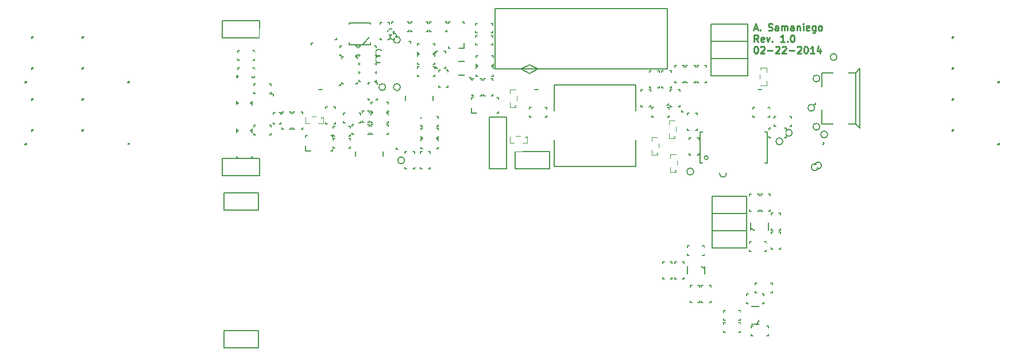
<source format=gto>
G04 (created by PCBNEW (2013-07-07 BZR 4022)-stable) date 2/23/2014 11:45:34 PM*
%MOIN*%
G04 Gerber Fmt 3.4, Leading zero omitted, Abs format*
%FSLAX34Y34*%
G01*
G70*
G90*
G04 APERTURE LIST*
%ADD10C,0.00590551*%
%ADD11C,0.01*%
%ADD12C,0.005*%
%ADD13C,0.0031*%
%ADD14C,0.008*%
%ADD15R,0.0691181X0.029748*%
%ADD16R,0.0888031X0.0868346*%
%ADD17R,0.0888031X0.104551*%
%ADD18R,0.0305X0.0719*%
%ADD19C,0.029*%
%ADD20R,0.0691181X0.0687244*%
%ADD21R,0.205339X0.146283*%
%ADD22R,0.0612441X0.17148*%
%ADD23R,0.0416X0.0534*%
%ADD24R,0.0534X0.0416*%
%ADD25R,0.0534X0.0455*%
%ADD26R,0.0455X0.0534*%
%ADD27R,0.064X0.029*%
%ADD28R,0.059X0.039*%
%ADD29R,0.0652X0.073*%
%ADD30R,0.073X0.0652*%
%ADD31R,0.199039X0.0966772*%
%ADD32R,0.0494331X0.100614*%
%ADD33R,0.069X0.069*%
%ADD34C,0.069*%
%ADD35R,0.035X0.03*%
%ADD36R,0.025811X0.0464803*%
%ADD37R,0.0277795X0.0238425*%
%ADD38R,0.037622X0.0573071*%
%ADD39R,0.0415591X0.025811*%
%ADD40R,0.033685X0.0277795*%
%ADD41R,0.025811X0.029748*%
%ADD42R,0.0919528X0.110457*%
%ADD43R,0.0309291X0.0289606*%
%ADD44R,0.037622X0.0305354*%
%ADD45O,0.0250236X0.0529764*%
%ADD46O,0.0529764X0.0250236*%
%ADD47R,0.120299X0.120299*%
%ADD48C,0.037622*%
%ADD49R,0.0305354X0.0226614*%
%ADD50C,0.16*%
%ADD51C,0.139*%
%ADD52R,0.045X0.057*%
%ADD53R,0.0495X0.04*%
%ADD54R,0.04X0.0495*%
%ADD55C,0.024*%
%ADD56R,0.100614X0.0809291*%
%ADD57C,0.043*%
%ADD58O,0.0237244X0.0533701*%
%ADD59O,0.0533701X0.0250236*%
%ADD60O,0.0250236X0.0533701*%
%ADD61R,0.0809291X0.0809291*%
G04 APERTURE END LIST*
G54D10*
G54D11*
X44826Y18552D02*
X45016Y18552D01*
X44788Y18438D02*
X44921Y18838D01*
X45054Y18438D01*
X45188Y18476D02*
X45207Y18457D01*
X45188Y18438D01*
X45169Y18457D01*
X45188Y18476D01*
X45188Y18438D01*
X45664Y18457D02*
X45721Y18438D01*
X45816Y18438D01*
X45854Y18457D01*
X45873Y18476D01*
X45892Y18514D01*
X45892Y18552D01*
X45873Y18590D01*
X45854Y18609D01*
X45816Y18628D01*
X45740Y18647D01*
X45702Y18666D01*
X45683Y18685D01*
X45664Y18723D01*
X45664Y18761D01*
X45683Y18800D01*
X45702Y18819D01*
X45740Y18838D01*
X45835Y18838D01*
X45892Y18819D01*
X46235Y18438D02*
X46235Y18647D01*
X46216Y18685D01*
X46178Y18704D01*
X46102Y18704D01*
X46064Y18685D01*
X46235Y18457D02*
X46197Y18438D01*
X46102Y18438D01*
X46064Y18457D01*
X46045Y18495D01*
X46045Y18533D01*
X46064Y18571D01*
X46102Y18590D01*
X46197Y18590D01*
X46235Y18609D01*
X46426Y18438D02*
X46426Y18704D01*
X46426Y18666D02*
X46445Y18685D01*
X46483Y18704D01*
X46540Y18704D01*
X46578Y18685D01*
X46597Y18647D01*
X46597Y18438D01*
X46597Y18647D02*
X46616Y18685D01*
X46654Y18704D01*
X46711Y18704D01*
X46750Y18685D01*
X46769Y18647D01*
X46769Y18438D01*
X47130Y18438D02*
X47130Y18647D01*
X47111Y18685D01*
X47073Y18704D01*
X46997Y18704D01*
X46959Y18685D01*
X47130Y18457D02*
X47092Y18438D01*
X46997Y18438D01*
X46959Y18457D01*
X46940Y18495D01*
X46940Y18533D01*
X46959Y18571D01*
X46997Y18590D01*
X47092Y18590D01*
X47130Y18609D01*
X47321Y18704D02*
X47321Y18438D01*
X47321Y18666D02*
X47340Y18685D01*
X47378Y18704D01*
X47435Y18704D01*
X47473Y18685D01*
X47492Y18647D01*
X47492Y18438D01*
X47683Y18438D02*
X47683Y18704D01*
X47683Y18838D02*
X47664Y18819D01*
X47683Y18800D01*
X47702Y18819D01*
X47683Y18838D01*
X47683Y18800D01*
X48026Y18457D02*
X47988Y18438D01*
X47911Y18438D01*
X47873Y18457D01*
X47854Y18495D01*
X47854Y18647D01*
X47873Y18685D01*
X47911Y18704D01*
X47988Y18704D01*
X48026Y18685D01*
X48045Y18647D01*
X48045Y18609D01*
X47854Y18571D01*
X48388Y18704D02*
X48388Y18380D01*
X48369Y18342D01*
X48350Y18323D01*
X48311Y18304D01*
X48254Y18304D01*
X48216Y18323D01*
X48388Y18457D02*
X48350Y18438D01*
X48273Y18438D01*
X48235Y18457D01*
X48216Y18476D01*
X48197Y18514D01*
X48197Y18628D01*
X48216Y18666D01*
X48235Y18685D01*
X48273Y18704D01*
X48350Y18704D01*
X48388Y18685D01*
X48635Y18438D02*
X48597Y18457D01*
X48578Y18476D01*
X48559Y18514D01*
X48559Y18628D01*
X48578Y18666D01*
X48597Y18685D01*
X48635Y18704D01*
X48692Y18704D01*
X48730Y18685D01*
X48750Y18666D01*
X48769Y18628D01*
X48769Y18514D01*
X48750Y18476D01*
X48730Y18457D01*
X48692Y18438D01*
X48635Y18438D01*
X45073Y17778D02*
X44940Y17968D01*
X44845Y17778D02*
X44845Y18178D01*
X44997Y18178D01*
X45035Y18159D01*
X45054Y18140D01*
X45073Y18101D01*
X45073Y18044D01*
X45054Y18006D01*
X45035Y17987D01*
X44997Y17968D01*
X44845Y17968D01*
X45397Y17797D02*
X45359Y17778D01*
X45283Y17778D01*
X45245Y17797D01*
X45226Y17835D01*
X45226Y17987D01*
X45245Y18025D01*
X45283Y18044D01*
X45359Y18044D01*
X45397Y18025D01*
X45416Y17987D01*
X45416Y17949D01*
X45226Y17911D01*
X45550Y18044D02*
X45645Y17778D01*
X45740Y18044D01*
X45892Y17816D02*
X45911Y17797D01*
X45892Y17778D01*
X45873Y17797D01*
X45892Y17816D01*
X45892Y17778D01*
X46597Y17778D02*
X46369Y17778D01*
X46483Y17778D02*
X46483Y18178D01*
X46445Y18120D01*
X46407Y18082D01*
X46369Y18063D01*
X46769Y17816D02*
X46788Y17797D01*
X46769Y17778D01*
X46750Y17797D01*
X46769Y17816D01*
X46769Y17778D01*
X47035Y18178D02*
X47073Y18178D01*
X47111Y18159D01*
X47130Y18140D01*
X47150Y18101D01*
X47169Y18025D01*
X47169Y17930D01*
X47150Y17854D01*
X47130Y17816D01*
X47111Y17797D01*
X47073Y17778D01*
X47035Y17778D01*
X46997Y17797D01*
X46978Y17816D01*
X46959Y17854D01*
X46940Y17930D01*
X46940Y18025D01*
X46959Y18101D01*
X46978Y18140D01*
X46997Y18159D01*
X47035Y18178D01*
X44921Y17518D02*
X44959Y17518D01*
X44997Y17499D01*
X45016Y17480D01*
X45035Y17441D01*
X45054Y17365D01*
X45054Y17270D01*
X45035Y17194D01*
X45016Y17156D01*
X44997Y17137D01*
X44959Y17118D01*
X44921Y17118D01*
X44883Y17137D01*
X44864Y17156D01*
X44845Y17194D01*
X44826Y17270D01*
X44826Y17365D01*
X44845Y17441D01*
X44864Y17480D01*
X44883Y17499D01*
X44921Y17518D01*
X45207Y17480D02*
X45226Y17499D01*
X45264Y17518D01*
X45359Y17518D01*
X45397Y17499D01*
X45416Y17480D01*
X45435Y17441D01*
X45435Y17403D01*
X45416Y17346D01*
X45188Y17118D01*
X45435Y17118D01*
X45607Y17270D02*
X45911Y17270D01*
X46083Y17480D02*
X46102Y17499D01*
X46140Y17518D01*
X46235Y17518D01*
X46273Y17499D01*
X46292Y17480D01*
X46311Y17441D01*
X46311Y17403D01*
X46292Y17346D01*
X46064Y17118D01*
X46311Y17118D01*
X46464Y17480D02*
X46483Y17499D01*
X46521Y17518D01*
X46616Y17518D01*
X46654Y17499D01*
X46673Y17480D01*
X46692Y17441D01*
X46692Y17403D01*
X46673Y17346D01*
X46445Y17118D01*
X46692Y17118D01*
X46864Y17270D02*
X47169Y17270D01*
X47340Y17480D02*
X47359Y17499D01*
X47397Y17518D01*
X47492Y17518D01*
X47530Y17499D01*
X47550Y17480D01*
X47569Y17441D01*
X47569Y17403D01*
X47550Y17346D01*
X47321Y17118D01*
X47569Y17118D01*
X47816Y17518D02*
X47854Y17518D01*
X47892Y17499D01*
X47911Y17480D01*
X47930Y17441D01*
X47950Y17365D01*
X47950Y17270D01*
X47930Y17194D01*
X47911Y17156D01*
X47892Y17137D01*
X47854Y17118D01*
X47816Y17118D01*
X47778Y17137D01*
X47759Y17156D01*
X47740Y17194D01*
X47721Y17270D01*
X47721Y17365D01*
X47740Y17441D01*
X47759Y17480D01*
X47778Y17499D01*
X47816Y17518D01*
X48330Y17118D02*
X48102Y17118D01*
X48216Y17118D02*
X48216Y17518D01*
X48178Y17460D01*
X48140Y17422D01*
X48102Y17403D01*
X48673Y17384D02*
X48673Y17118D01*
X48578Y17537D02*
X48483Y17251D01*
X48730Y17251D01*
G54D10*
X50718Y13023D02*
X50954Y12767D01*
X50954Y12767D02*
X50954Y16232D01*
X50954Y16232D02*
X50718Y15976D01*
X50718Y13023D02*
X50718Y15976D01*
X50718Y15976D02*
X48750Y15976D01*
X48750Y15976D02*
X48750Y13023D01*
X48750Y13023D02*
X50718Y13023D01*
G54D12*
X45600Y12550D02*
X41700Y12550D01*
X41700Y12550D02*
X41700Y10750D01*
X41700Y10750D02*
X45600Y10750D01*
X45600Y10750D02*
X45600Y12550D01*
X42161Y11050D02*
G75*
G03X42161Y11050I-111J0D01*
G74*
G01*
G54D10*
X37962Y10537D02*
X33237Y10537D01*
X33237Y10537D02*
X33237Y15262D01*
X33237Y15262D02*
X37962Y15262D01*
X37962Y15262D02*
X37962Y10537D01*
G54D12*
X41650Y4800D02*
X41950Y4600D01*
X40950Y4800D02*
X41975Y4800D01*
X41975Y4800D02*
X41975Y4200D01*
X41975Y4200D02*
X40950Y4200D01*
X40950Y4200D02*
X40950Y4800D01*
X45200Y1700D02*
X45000Y1400D01*
X45200Y2400D02*
X45200Y1375D01*
X45200Y1375D02*
X44600Y1375D01*
X44600Y1375D02*
X44600Y2400D01*
X44600Y2400D02*
X45200Y2400D01*
X44950Y6750D02*
X44650Y6950D01*
X45650Y6750D02*
X44625Y6750D01*
X44625Y6750D02*
X44625Y7350D01*
X44625Y7350D02*
X45650Y7350D01*
X45650Y7350D02*
X45650Y6750D01*
G54D13*
X45274Y16213D02*
G75*
G03X45274Y16213I-62J0D01*
G74*
G01*
X45550Y15250D02*
X45150Y15250D01*
X45550Y16275D02*
X45150Y16275D01*
X45150Y15250D02*
X45150Y16275D01*
X45550Y16275D02*
X45550Y15250D01*
X40300Y12237D02*
G75*
G03X40300Y12237I-62J0D01*
G74*
G01*
X39900Y13200D02*
X40300Y13200D01*
X39900Y12175D02*
X40300Y12175D01*
X40300Y13200D02*
X40300Y12175D01*
X39900Y12175D02*
X39900Y13200D01*
X40350Y10287D02*
G75*
G03X40350Y10287I-62J0D01*
G74*
G01*
X39950Y11250D02*
X40350Y11250D01*
X39950Y10225D02*
X40350Y10225D01*
X40350Y11250D02*
X40350Y10225D01*
X39950Y10225D02*
X39950Y11250D01*
X39300Y11287D02*
G75*
G03X39300Y11287I-62J0D01*
G74*
G01*
X38900Y12250D02*
X39300Y12250D01*
X38900Y11225D02*
X39300Y11225D01*
X39300Y12250D02*
X39300Y11225D01*
X38900Y11225D02*
X38900Y12250D01*
X31050Y14037D02*
G75*
G03X31050Y14037I-62J0D01*
G74*
G01*
X30650Y15000D02*
X31050Y15000D01*
X30650Y13975D02*
X31050Y13975D01*
X31050Y15000D02*
X31050Y13975D01*
X30650Y13975D02*
X30650Y15000D01*
X19825Y13388D02*
G75*
G03X19825Y13388I-62J0D01*
G74*
G01*
X18800Y13050D02*
X18800Y13450D01*
X19825Y13050D02*
X19825Y13450D01*
X18800Y13450D02*
X19825Y13450D01*
X19825Y13050D02*
X18800Y13050D01*
G54D14*
X22575Y18125D02*
X22100Y17625D01*
X22575Y17625D02*
X22575Y18875D01*
X22575Y18875D02*
X21325Y18875D01*
X21325Y18875D02*
X21325Y17625D01*
X21325Y17625D02*
X22575Y17625D01*
G54D10*
X19550Y15025D02*
X19750Y15025D01*
X32100Y15025D02*
X32300Y15025D01*
X45050Y15025D02*
X45250Y15025D01*
X28444Y13655D02*
X28444Y13955D01*
X28444Y14545D02*
X28444Y14445D01*
X28444Y13655D02*
X28744Y13655D01*
X28544Y14545D02*
X28444Y14545D01*
X30006Y13655D02*
X30006Y13755D01*
X30006Y14545D02*
X29906Y14545D01*
X30006Y14545D02*
X30006Y14445D01*
X30006Y13655D02*
X29906Y13655D01*
X27995Y17394D02*
X27695Y17394D01*
X27105Y17394D02*
X27205Y17394D01*
X27995Y17394D02*
X27995Y17694D01*
X27105Y17494D02*
X27105Y17394D01*
X27995Y18956D02*
X27895Y18956D01*
X27105Y18956D02*
X27105Y18856D01*
X27105Y18956D02*
X27205Y18956D01*
X27995Y18956D02*
X27995Y18856D01*
X18794Y11455D02*
X18794Y11755D01*
X18794Y12345D02*
X18794Y12245D01*
X18794Y11455D02*
X19094Y11455D01*
X18894Y12345D02*
X18794Y12345D01*
X20356Y11455D02*
X20356Y11555D01*
X20356Y12345D02*
X20256Y12345D01*
X20356Y12345D02*
X20356Y12245D01*
X20356Y11455D02*
X20256Y11455D01*
X21692Y10374D02*
X21692Y12146D01*
X21692Y12146D02*
X23307Y12146D01*
X23307Y12146D02*
X23307Y10374D01*
X23307Y10374D02*
X21692Y10374D01*
X26207Y15375D02*
X26207Y13603D01*
X26207Y13603D02*
X24592Y13603D01*
X24592Y13603D02*
X24592Y15375D01*
X24592Y15375D02*
X26207Y15375D01*
X28328Y15856D02*
X27344Y15856D01*
X27344Y15856D02*
X27344Y16643D01*
X27344Y16643D02*
X28328Y16643D01*
X28328Y16643D02*
X28328Y15856D01*
X20905Y16906D02*
X21005Y16906D01*
X21795Y16906D02*
X21695Y16906D01*
X20905Y16906D02*
X20905Y16806D01*
X21795Y16806D02*
X21795Y16906D01*
X20905Y15344D02*
X21005Y15344D01*
X21795Y15344D02*
X21795Y15444D01*
X21795Y15344D02*
X21695Y15344D01*
X20905Y15344D02*
X20905Y15444D01*
X32300Y16200D02*
X31800Y15950D01*
X31800Y15950D02*
X31300Y16200D01*
X31300Y16200D02*
X31800Y16450D01*
X31800Y16450D02*
X32300Y16200D01*
X29800Y19700D02*
X39800Y19700D01*
X39800Y19700D02*
X39800Y16200D01*
X39800Y16200D02*
X29800Y16200D01*
X29800Y16200D02*
X29800Y19700D01*
X22095Y13110D02*
X22195Y13110D01*
X22095Y13110D02*
X22095Y13210D01*
X22505Y13110D02*
X22505Y13210D01*
X22505Y13110D02*
X22405Y13110D01*
X22505Y13790D02*
X22405Y13790D01*
X22505Y13790D02*
X22505Y13690D01*
X22095Y13790D02*
X22195Y13790D01*
X22095Y13790D02*
X22095Y13690D01*
X17355Y13690D02*
X17255Y13690D01*
X17355Y13690D02*
X17355Y13590D01*
X16945Y13690D02*
X16945Y13590D01*
X16945Y13690D02*
X17045Y13690D01*
X16945Y13010D02*
X17045Y13010D01*
X16945Y13010D02*
X16945Y13110D01*
X17355Y13010D02*
X17255Y13010D01*
X17355Y13010D02*
X17355Y13110D01*
X40647Y13699D02*
X40647Y13799D01*
X40647Y13699D02*
X40747Y13699D01*
X39875Y14104D02*
X39775Y14104D01*
X39875Y14104D02*
X39875Y14204D01*
X16942Y14747D02*
X16942Y14647D01*
X16942Y14747D02*
X16842Y14747D01*
X20819Y15245D02*
X20719Y15245D01*
X20819Y15245D02*
X20819Y15345D01*
X19248Y17703D02*
X19148Y17703D01*
X19148Y17703D02*
X19148Y17603D01*
X20592Y17911D02*
X20492Y17911D01*
X20592Y17911D02*
X20592Y18011D01*
X48828Y11800D02*
X48898Y11871D01*
X48898Y11871D02*
X48828Y11942D01*
X13980Y18000D02*
X13980Y19000D01*
X13980Y19000D02*
X16120Y19000D01*
X16120Y19000D02*
X16120Y18000D01*
X16120Y18000D02*
X13980Y18000D01*
X13980Y10000D02*
X13980Y11000D01*
X13980Y11000D02*
X16120Y11000D01*
X16120Y11000D02*
X16120Y10000D01*
X16120Y10000D02*
X13980Y10000D01*
X42330Y17800D02*
X42330Y18800D01*
X42330Y18800D02*
X44470Y18800D01*
X44470Y18800D02*
X44470Y17800D01*
X44470Y17800D02*
X42330Y17800D01*
X42330Y16800D02*
X42330Y17800D01*
X42330Y17800D02*
X44470Y17800D01*
X44470Y17800D02*
X44470Y16800D01*
X44470Y16800D02*
X42330Y16800D01*
X42330Y15800D02*
X42330Y16800D01*
X42330Y16800D02*
X44470Y16800D01*
X44470Y16800D02*
X44470Y15800D01*
X44470Y15800D02*
X42330Y15800D01*
X14050Y8000D02*
X14050Y9000D01*
X14050Y9000D02*
X16050Y9000D01*
X16050Y9000D02*
X16050Y8000D01*
X16050Y8000D02*
X14050Y8000D01*
X14050Y0D02*
X14050Y1000D01*
X14050Y1000D02*
X16050Y1000D01*
X16050Y1000D02*
X16050Y0D01*
X16050Y0D02*
X14050Y0D01*
X42400Y5800D02*
X42400Y6800D01*
X42400Y6800D02*
X44400Y6800D01*
X44400Y6800D02*
X44400Y5800D01*
X44400Y5800D02*
X42400Y5800D01*
X42400Y6800D02*
X42400Y7800D01*
X42400Y7800D02*
X44400Y7800D01*
X44400Y7800D02*
X44400Y6800D01*
X44400Y6800D02*
X42400Y6800D01*
X42400Y7800D02*
X42400Y8800D01*
X42400Y8800D02*
X44400Y8800D01*
X44400Y8800D02*
X44400Y7800D01*
X44400Y7800D02*
X42400Y7800D01*
X24897Y17800D02*
X24897Y17700D01*
X24897Y17800D02*
X24797Y17800D01*
X48410Y14149D02*
X48410Y14249D01*
X48410Y14149D02*
X48310Y14149D01*
G54D13*
X31675Y12238D02*
G75*
G03X31675Y12238I-62J0D01*
G74*
G01*
X30650Y11900D02*
X30650Y12300D01*
X31675Y11900D02*
X31675Y12300D01*
X30650Y12300D02*
X31675Y12300D01*
X31675Y11900D02*
X30650Y11900D01*
G54D10*
X29450Y10400D02*
X29450Y13400D01*
X29450Y13400D02*
X30450Y13400D01*
X30450Y10400D02*
X30450Y13400D01*
X29450Y10400D02*
X30450Y10400D01*
X30950Y10400D02*
X30950Y11400D01*
X30950Y11400D02*
X32950Y11400D01*
X32950Y11400D02*
X32950Y10400D01*
X32950Y10400D02*
X30950Y10400D01*
X8560Y11823D02*
X8460Y11823D01*
X8560Y11823D02*
X8560Y11923D01*
X8460Y11823D02*
X8560Y11923D01*
X2890Y18077D02*
X2990Y18077D01*
X2890Y18077D02*
X2890Y17977D01*
X2990Y18077D02*
X2890Y17977D01*
X5840Y12677D02*
X5940Y12677D01*
X5840Y12677D02*
X5840Y12577D01*
X5940Y12677D02*
X5840Y12577D01*
X5840Y16277D02*
X5940Y16277D01*
X5840Y16277D02*
X5840Y16177D01*
X5940Y16277D02*
X5840Y16177D01*
X56340Y16277D02*
X56440Y16277D01*
X56340Y16277D02*
X56340Y16177D01*
X56440Y16277D02*
X56340Y16177D01*
X2890Y12677D02*
X2990Y12677D01*
X2890Y12677D02*
X2890Y12577D01*
X2990Y12677D02*
X2890Y12577D01*
X56340Y12677D02*
X56440Y12677D01*
X56340Y12677D02*
X56340Y12577D01*
X56440Y12677D02*
X56340Y12577D01*
X8560Y15423D02*
X8460Y15423D01*
X8560Y15423D02*
X8560Y15523D01*
X8460Y15423D02*
X8560Y15523D01*
X5840Y14477D02*
X5940Y14477D01*
X5840Y14477D02*
X5840Y14377D01*
X5940Y14477D02*
X5840Y14377D01*
X5840Y18077D02*
X5940Y18077D01*
X5840Y18077D02*
X5840Y17977D01*
X5940Y18077D02*
X5840Y17977D01*
X2610Y11823D02*
X2510Y11823D01*
X2610Y11823D02*
X2610Y11923D01*
X2510Y11823D02*
X2610Y11923D01*
X2890Y14477D02*
X2990Y14477D01*
X2890Y14477D02*
X2890Y14377D01*
X2990Y14477D02*
X2890Y14377D01*
X59060Y15423D02*
X58960Y15423D01*
X59060Y15423D02*
X59060Y15523D01*
X58960Y15423D02*
X59060Y15523D01*
X56340Y18077D02*
X56440Y18077D01*
X56340Y18077D02*
X56340Y17977D01*
X56440Y18077D02*
X56340Y17977D01*
X56340Y14477D02*
X56440Y14477D01*
X56340Y14477D02*
X56340Y14377D01*
X56440Y14477D02*
X56340Y14377D01*
X59060Y11823D02*
X58960Y11823D01*
X59060Y11823D02*
X59060Y11923D01*
X58960Y11823D02*
X59060Y11923D01*
X2610Y15423D02*
X2510Y15423D01*
X2610Y15423D02*
X2610Y15523D01*
X2510Y15423D02*
X2610Y15523D01*
X2890Y16277D02*
X2990Y16277D01*
X2890Y16277D02*
X2890Y16177D01*
X2990Y16277D02*
X2890Y16177D01*
X26522Y16147D02*
X26622Y16147D01*
X27077Y16147D02*
X27077Y16047D01*
X26522Y16147D02*
X26522Y16047D01*
X27077Y16147D02*
X26977Y16147D01*
X26522Y15152D02*
X26622Y15152D01*
X26522Y15152D02*
X26522Y15252D01*
X26977Y15152D02*
X27077Y15152D01*
X27077Y15152D02*
X27077Y15252D01*
X14852Y16722D02*
X14852Y16822D01*
X14852Y17277D02*
X14952Y17277D01*
X14852Y16722D02*
X14952Y16722D01*
X14852Y17277D02*
X14852Y17177D01*
X15847Y16722D02*
X15847Y16822D01*
X15847Y16722D02*
X15747Y16722D01*
X15847Y17177D02*
X15847Y17277D01*
X15847Y17277D02*
X15747Y17277D01*
X22602Y12422D02*
X22602Y12522D01*
X22602Y12977D02*
X22702Y12977D01*
X22602Y12422D02*
X22702Y12422D01*
X22602Y12977D02*
X22602Y12877D01*
X23597Y12422D02*
X23597Y12522D01*
X23597Y12422D02*
X23497Y12422D01*
X23597Y12877D02*
X23597Y12977D01*
X23597Y12977D02*
X23497Y12977D01*
X26497Y12777D02*
X26497Y12677D01*
X26497Y12222D02*
X26397Y12222D01*
X26497Y12777D02*
X26397Y12777D01*
X26497Y12222D02*
X26497Y12322D01*
X25502Y12777D02*
X25502Y12677D01*
X25502Y12777D02*
X25602Y12777D01*
X25502Y12322D02*
X25502Y12222D01*
X25502Y12222D02*
X25602Y12222D01*
X26497Y13427D02*
X26497Y13327D01*
X26497Y12872D02*
X26397Y12872D01*
X26497Y13427D02*
X26397Y13427D01*
X26497Y12872D02*
X26497Y12972D01*
X25502Y13427D02*
X25502Y13327D01*
X25502Y13427D02*
X25602Y13427D01*
X25502Y12972D02*
X25502Y12872D01*
X25502Y12872D02*
X25602Y12872D01*
X22497Y12977D02*
X22497Y12877D01*
X22497Y12422D02*
X22397Y12422D01*
X22497Y12977D02*
X22397Y12977D01*
X22497Y12422D02*
X22497Y12522D01*
X21502Y12977D02*
X21502Y12877D01*
X21502Y12977D02*
X21602Y12977D01*
X21502Y12522D02*
X21502Y12422D01*
X21502Y12422D02*
X21602Y12422D01*
X29027Y14652D02*
X28927Y14652D01*
X28472Y14652D02*
X28472Y14752D01*
X29027Y14652D02*
X29027Y14752D01*
X28472Y14652D02*
X28572Y14652D01*
X29027Y15647D02*
X28927Y15647D01*
X29027Y15647D02*
X29027Y15547D01*
X28572Y15647D02*
X28472Y15647D01*
X28472Y15647D02*
X28472Y15547D01*
X21902Y16972D02*
X21902Y17072D01*
X21902Y17527D02*
X22002Y17527D01*
X21902Y16972D02*
X22002Y16972D01*
X21902Y17527D02*
X21902Y17427D01*
X22897Y16972D02*
X22897Y17072D01*
X22897Y16972D02*
X22797Y16972D01*
X22897Y17427D02*
X22897Y17527D01*
X22897Y17527D02*
X22797Y17527D01*
X22602Y13072D02*
X22602Y13172D01*
X22602Y13627D02*
X22702Y13627D01*
X22602Y13072D02*
X22702Y13072D01*
X22602Y13627D02*
X22602Y13527D01*
X23597Y13072D02*
X23597Y13172D01*
X23597Y13072D02*
X23497Y13072D01*
X23597Y13527D02*
X23597Y13627D01*
X23597Y13627D02*
X23497Y13627D01*
X22602Y13722D02*
X22602Y13822D01*
X22602Y14277D02*
X22702Y14277D01*
X22602Y13722D02*
X22702Y13722D01*
X22602Y14277D02*
X22602Y14177D01*
X23597Y13722D02*
X23597Y13822D01*
X23597Y13722D02*
X23497Y13722D01*
X23597Y14177D02*
X23597Y14277D01*
X23597Y14277D02*
X23497Y14277D01*
X26297Y17027D02*
X26297Y16927D01*
X26297Y16472D02*
X26197Y16472D01*
X26297Y17027D02*
X26197Y17027D01*
X26297Y16472D02*
X26297Y16572D01*
X25302Y17027D02*
X25302Y16927D01*
X25302Y17027D02*
X25402Y17027D01*
X25302Y16572D02*
X25302Y16472D01*
X25302Y16472D02*
X25402Y16472D01*
X26297Y16327D02*
X26297Y16227D01*
X26297Y15772D02*
X26197Y15772D01*
X26297Y16327D02*
X26197Y16327D01*
X26297Y15772D02*
X26297Y15872D01*
X25302Y16327D02*
X25302Y16227D01*
X25302Y16327D02*
X25402Y16327D01*
X25302Y15872D02*
X25302Y15772D01*
X25302Y15772D02*
X25402Y15772D01*
X22977Y14402D02*
X22877Y14402D01*
X22422Y14402D02*
X22422Y14502D01*
X22977Y14402D02*
X22977Y14502D01*
X22422Y14402D02*
X22522Y14402D01*
X22977Y15397D02*
X22877Y15397D01*
X22977Y15397D02*
X22977Y15297D01*
X22522Y15397D02*
X22422Y15397D01*
X22422Y15397D02*
X22422Y15297D01*
X26927Y16252D02*
X26827Y16252D01*
X26372Y16252D02*
X26372Y16352D01*
X26927Y16252D02*
X26927Y16352D01*
X26372Y16252D02*
X26472Y16252D01*
X26927Y17247D02*
X26827Y17247D01*
X26927Y17247D02*
X26927Y17147D01*
X26472Y17247D02*
X26372Y17247D01*
X26372Y17247D02*
X26372Y17147D01*
X26297Y17677D02*
X26297Y17577D01*
X26297Y17122D02*
X26197Y17122D01*
X26297Y17677D02*
X26197Y17677D01*
X26297Y17122D02*
X26297Y17222D01*
X25302Y17677D02*
X25302Y17577D01*
X25302Y17677D02*
X25402Y17677D01*
X25302Y17222D02*
X25302Y17122D01*
X25302Y17122D02*
X25402Y17122D01*
X46002Y12872D02*
X46002Y12972D01*
X46002Y13427D02*
X46102Y13427D01*
X46002Y12872D02*
X46102Y12872D01*
X46002Y13427D02*
X46002Y13327D01*
X46997Y12872D02*
X46997Y12972D01*
X46997Y12872D02*
X46897Y12872D01*
X46997Y13327D02*
X46997Y13427D01*
X46997Y13427D02*
X46897Y13427D01*
X21797Y17527D02*
X21797Y17427D01*
X21797Y16972D02*
X21697Y16972D01*
X21797Y17527D02*
X21697Y17527D01*
X21797Y16972D02*
X21797Y17072D01*
X20802Y17527D02*
X20802Y17427D01*
X20802Y17527D02*
X20902Y17527D01*
X20802Y17072D02*
X20802Y16972D01*
X20802Y16972D02*
X20902Y16972D01*
X28702Y15772D02*
X28702Y15872D01*
X28702Y16327D02*
X28802Y16327D01*
X28702Y15772D02*
X28802Y15772D01*
X28702Y16327D02*
X28702Y16227D01*
X29697Y15772D02*
X29697Y15872D01*
X29697Y15772D02*
X29597Y15772D01*
X29697Y16227D02*
X29697Y16327D01*
X29697Y16327D02*
X29597Y16327D01*
X28677Y18297D02*
X28677Y18397D01*
X28677Y18852D02*
X28777Y18852D01*
X28677Y18297D02*
X28777Y18297D01*
X28677Y18852D02*
X28677Y18752D01*
X29672Y18297D02*
X29672Y18397D01*
X29672Y18297D02*
X29572Y18297D01*
X29672Y18752D02*
X29672Y18852D01*
X29672Y18852D02*
X29572Y18852D01*
X28677Y17597D02*
X28677Y17697D01*
X28677Y18152D02*
X28777Y18152D01*
X28677Y17597D02*
X28777Y17597D01*
X28677Y18152D02*
X28677Y18052D01*
X29672Y17597D02*
X29672Y17697D01*
X29672Y17597D02*
X29572Y17597D01*
X29672Y18052D02*
X29672Y18152D01*
X29672Y18152D02*
X29572Y18152D01*
X46377Y6852D02*
X46277Y6852D01*
X45822Y6852D02*
X45822Y6952D01*
X46377Y6852D02*
X46377Y6952D01*
X45822Y6852D02*
X45922Y6852D01*
X46377Y7847D02*
X46277Y7847D01*
X46377Y7847D02*
X46377Y7747D01*
X45922Y7847D02*
X45822Y7847D01*
X45822Y7847D02*
X45822Y7747D01*
X40952Y5372D02*
X40952Y5472D01*
X40952Y5927D02*
X41052Y5927D01*
X40952Y5372D02*
X41052Y5372D01*
X40952Y5927D02*
X40952Y5827D01*
X41947Y5372D02*
X41947Y5472D01*
X41947Y5372D02*
X41847Y5372D01*
X41947Y5827D02*
X41947Y5927D01*
X41947Y5927D02*
X41847Y5927D01*
X45397Y3127D02*
X45397Y3027D01*
X45397Y2572D02*
X45297Y2572D01*
X45397Y3127D02*
X45297Y3127D01*
X45397Y2572D02*
X45397Y2672D01*
X44402Y3127D02*
X44402Y3027D01*
X44402Y3127D02*
X44502Y3127D01*
X44402Y2672D02*
X44402Y2572D01*
X44402Y2572D02*
X44502Y2572D01*
X43052Y1622D02*
X43052Y1722D01*
X43052Y2177D02*
X43152Y2177D01*
X43052Y1622D02*
X43152Y1622D01*
X43052Y2177D02*
X43052Y2077D01*
X44047Y1622D02*
X44047Y1722D01*
X44047Y1622D02*
X43947Y1622D01*
X44047Y2077D02*
X44047Y2177D01*
X44047Y2177D02*
X43947Y2177D01*
X45672Y1277D02*
X45672Y1177D01*
X45672Y722D02*
X45572Y722D01*
X45672Y1277D02*
X45572Y1277D01*
X45672Y722D02*
X45672Y822D01*
X44677Y1277D02*
X44677Y1177D01*
X44677Y1277D02*
X44777Y1277D01*
X44677Y822D02*
X44677Y722D01*
X44677Y722D02*
X44777Y722D01*
X41677Y2652D02*
X41577Y2652D01*
X41122Y2652D02*
X41122Y2752D01*
X41677Y2652D02*
X41677Y2752D01*
X41122Y2652D02*
X41222Y2652D01*
X41677Y3647D02*
X41577Y3647D01*
X41677Y3647D02*
X41677Y3547D01*
X41222Y3647D02*
X41122Y3647D01*
X41122Y3647D02*
X41122Y3547D01*
X45222Y8947D02*
X45322Y8947D01*
X45777Y8947D02*
X45777Y8847D01*
X45222Y8947D02*
X45222Y8847D01*
X45777Y8947D02*
X45677Y8947D01*
X45222Y7952D02*
X45322Y7952D01*
X45222Y7952D02*
X45222Y8052D01*
X45677Y7952D02*
X45777Y7952D01*
X45777Y7952D02*
X45777Y8052D01*
X38272Y14997D02*
X38372Y14997D01*
X38827Y14997D02*
X38827Y14897D01*
X38272Y14997D02*
X38272Y14897D01*
X38827Y14997D02*
X38727Y14997D01*
X38272Y14002D02*
X38372Y14002D01*
X38272Y14002D02*
X38272Y14102D01*
X38727Y14002D02*
X38827Y14002D01*
X38827Y14002D02*
X38827Y14102D01*
X41072Y12197D02*
X41172Y12197D01*
X41627Y12197D02*
X41627Y12097D01*
X41072Y12197D02*
X41072Y12097D01*
X41627Y12197D02*
X41527Y12197D01*
X41072Y11202D02*
X41172Y11202D01*
X41072Y11202D02*
X41072Y11302D01*
X41527Y11202D02*
X41627Y11202D01*
X41627Y11202D02*
X41627Y11302D01*
X39972Y14997D02*
X40072Y14997D01*
X40527Y14997D02*
X40527Y14897D01*
X39972Y14997D02*
X39972Y14897D01*
X40527Y14997D02*
X40427Y14997D01*
X39972Y14002D02*
X40072Y14002D01*
X39972Y14002D02*
X39972Y14102D01*
X40427Y14002D02*
X40527Y14002D01*
X40527Y14002D02*
X40527Y14102D01*
X45547Y6177D02*
X45547Y6077D01*
X45547Y5622D02*
X45447Y5622D01*
X45547Y6177D02*
X45447Y6177D01*
X45547Y5622D02*
X45547Y5722D01*
X44552Y6177D02*
X44552Y6077D01*
X44552Y6177D02*
X44652Y6177D01*
X44552Y5722D02*
X44552Y5622D01*
X44552Y5622D02*
X44652Y5622D01*
X40222Y16397D02*
X40322Y16397D01*
X40777Y16397D02*
X40777Y16297D01*
X40222Y16397D02*
X40222Y16297D01*
X40777Y16397D02*
X40677Y16397D01*
X40222Y15402D02*
X40322Y15402D01*
X40222Y15402D02*
X40222Y15502D01*
X40677Y15402D02*
X40777Y15402D01*
X40777Y15402D02*
X40777Y15502D01*
X41527Y12652D02*
X41427Y12652D01*
X40972Y12652D02*
X40972Y12752D01*
X41527Y12652D02*
X41527Y12752D01*
X40972Y12652D02*
X41072Y12652D01*
X41527Y13647D02*
X41427Y13647D01*
X41527Y13647D02*
X41527Y13547D01*
X41072Y13647D02*
X40972Y13647D01*
X40972Y13647D02*
X40972Y13547D01*
X40222Y4997D02*
X40322Y4997D01*
X40777Y4997D02*
X40777Y4897D01*
X40222Y4997D02*
X40222Y4897D01*
X40777Y4997D02*
X40677Y4997D01*
X40222Y4002D02*
X40322Y4002D01*
X40222Y4002D02*
X40222Y4102D01*
X40677Y4002D02*
X40777Y4002D01*
X40777Y4002D02*
X40777Y4102D01*
X29122Y15647D02*
X29222Y15647D01*
X29677Y15647D02*
X29677Y15547D01*
X29122Y15647D02*
X29122Y15547D01*
X29677Y15647D02*
X29577Y15647D01*
X29122Y14652D02*
X29222Y14652D01*
X29122Y14652D02*
X29122Y14752D01*
X29577Y14652D02*
X29677Y14652D01*
X29677Y14652D02*
X29677Y14752D01*
X20402Y11622D02*
X20402Y11722D01*
X20402Y12177D02*
X20502Y12177D01*
X20402Y11622D02*
X20502Y11622D01*
X20402Y12177D02*
X20402Y12077D01*
X21397Y11622D02*
X21397Y11722D01*
X21397Y11622D02*
X21297Y11622D01*
X21397Y12077D02*
X21397Y12177D01*
X21397Y12177D02*
X21297Y12177D01*
X24572Y11397D02*
X24672Y11397D01*
X25127Y11397D02*
X25127Y11297D01*
X24572Y11397D02*
X24572Y11297D01*
X25127Y11397D02*
X25027Y11397D01*
X24572Y10402D02*
X24672Y10402D01*
X24572Y10402D02*
X24572Y10502D01*
X25027Y10402D02*
X25127Y10402D01*
X25127Y10402D02*
X25127Y10502D01*
X14852Y15722D02*
X14852Y15822D01*
X14852Y16277D02*
X14952Y16277D01*
X14852Y15722D02*
X14952Y15722D01*
X14852Y16277D02*
X14852Y16177D01*
X15847Y15722D02*
X15847Y15822D01*
X15847Y15722D02*
X15747Y15722D01*
X15847Y16177D02*
X15847Y16277D01*
X15847Y16277D02*
X15747Y16277D01*
X25472Y11397D02*
X25572Y11397D01*
X26027Y11397D02*
X26027Y11297D01*
X25472Y11397D02*
X25472Y11297D01*
X26027Y11397D02*
X25927Y11397D01*
X25472Y10402D02*
X25572Y10402D01*
X25472Y10402D02*
X25472Y10502D01*
X25927Y10402D02*
X26027Y10402D01*
X26027Y10402D02*
X26027Y10502D01*
X26497Y12127D02*
X26497Y12027D01*
X26497Y11572D02*
X26397Y11572D01*
X26497Y12127D02*
X26397Y12127D01*
X26497Y11572D02*
X26497Y11672D01*
X25502Y12127D02*
X25502Y12027D01*
X25502Y12127D02*
X25602Y12127D01*
X25502Y11672D02*
X25502Y11572D01*
X25502Y11572D02*
X25602Y11572D01*
X21997Y13627D02*
X21997Y13527D01*
X21997Y13072D02*
X21897Y13072D01*
X21997Y13627D02*
X21897Y13627D01*
X21997Y13072D02*
X21997Y13172D01*
X21002Y13627D02*
X21002Y13527D01*
X21002Y13627D02*
X21102Y13627D01*
X21002Y13172D02*
X21002Y13072D01*
X21002Y13072D02*
X21102Y13072D01*
X21902Y15972D02*
X21902Y16072D01*
X21902Y16527D02*
X22002Y16527D01*
X21902Y15972D02*
X22002Y15972D01*
X21902Y16527D02*
X21902Y16427D01*
X22897Y15972D02*
X22897Y16072D01*
X22897Y15972D02*
X22797Y15972D01*
X22897Y16427D02*
X22897Y16527D01*
X22897Y16527D02*
X22797Y16527D01*
X26997Y18927D02*
X26997Y18827D01*
X26997Y18372D02*
X26897Y18372D01*
X26997Y18927D02*
X26897Y18927D01*
X26997Y18372D02*
X26997Y18472D01*
X26002Y18927D02*
X26002Y18827D01*
X26002Y18927D02*
X26102Y18927D01*
X26002Y18472D02*
X26002Y18372D01*
X26002Y18372D02*
X26102Y18372D01*
X22897Y17027D02*
X22897Y16927D01*
X22897Y16472D02*
X22797Y16472D01*
X22897Y17027D02*
X22797Y17027D01*
X22897Y16472D02*
X22897Y16572D01*
X21902Y17027D02*
X21902Y16927D01*
X21902Y17027D02*
X22002Y17027D01*
X21902Y16572D02*
X21902Y16472D01*
X21902Y16472D02*
X22002Y16472D01*
X22897Y16027D02*
X22897Y15927D01*
X22897Y15472D02*
X22797Y15472D01*
X22897Y16027D02*
X22797Y16027D01*
X22897Y15472D02*
X22897Y15572D01*
X21902Y16027D02*
X21902Y15927D01*
X21902Y16027D02*
X22002Y16027D01*
X21902Y15572D02*
X21902Y15472D01*
X21902Y15472D02*
X22002Y15472D01*
X20402Y12322D02*
X20402Y12422D01*
X20402Y12877D02*
X20502Y12877D01*
X20402Y12322D02*
X20502Y12322D01*
X20402Y12877D02*
X20402Y12777D01*
X21397Y12322D02*
X21397Y12422D01*
X21397Y12322D02*
X21297Y12322D01*
X21397Y12777D02*
X21397Y12877D01*
X21397Y12877D02*
X21297Y12877D01*
X17422Y13697D02*
X17522Y13697D01*
X17977Y13697D02*
X17977Y13597D01*
X17422Y13697D02*
X17422Y13597D01*
X17977Y13697D02*
X17877Y13697D01*
X17422Y12702D02*
X17522Y12702D01*
X17422Y12702D02*
X17422Y12802D01*
X17877Y12702D02*
X17977Y12702D01*
X17977Y12702D02*
X17977Y12802D01*
X18072Y13697D02*
X18172Y13697D01*
X18627Y13697D02*
X18627Y13597D01*
X18072Y13697D02*
X18072Y13597D01*
X18627Y13697D02*
X18527Y13697D01*
X18072Y12702D02*
X18172Y12702D01*
X18072Y12702D02*
X18072Y12802D01*
X18527Y12702D02*
X18627Y12702D01*
X18627Y12702D02*
X18627Y12802D01*
X24902Y18372D02*
X24902Y18472D01*
X24902Y18927D02*
X25002Y18927D01*
X24902Y18372D02*
X25002Y18372D01*
X24902Y18927D02*
X24902Y18827D01*
X25897Y18372D02*
X25897Y18472D01*
X25897Y18372D02*
X25797Y18372D01*
X25897Y18827D02*
X25897Y18927D01*
X25897Y18927D02*
X25797Y18927D01*
X24797Y18927D02*
X24797Y18827D01*
X24797Y18372D02*
X24697Y18372D01*
X24797Y18927D02*
X24697Y18927D01*
X24797Y18372D02*
X24797Y18472D01*
X23802Y18927D02*
X23802Y18827D01*
X23802Y18927D02*
X23902Y18927D01*
X23802Y18472D02*
X23802Y18372D01*
X23802Y18372D02*
X23902Y18372D01*
X23677Y17902D02*
X23577Y17902D01*
X23122Y17902D02*
X23122Y18002D01*
X23677Y17902D02*
X23677Y18002D01*
X23122Y17902D02*
X23222Y17902D01*
X23677Y18897D02*
X23577Y18897D01*
X23677Y18897D02*
X23677Y18797D01*
X23222Y18897D02*
X23122Y18897D01*
X23122Y18897D02*
X23122Y18797D01*
X46697Y12777D02*
X46697Y12677D01*
X46697Y12222D02*
X46597Y12222D01*
X46697Y12777D02*
X46597Y12777D01*
X46697Y12222D02*
X46697Y12322D01*
X45702Y12777D02*
X45702Y12677D01*
X45702Y12777D02*
X45802Y12777D01*
X45702Y12322D02*
X45702Y12222D01*
X45702Y12222D02*
X45802Y12222D01*
X29697Y16977D02*
X29697Y16877D01*
X29697Y16422D02*
X29597Y16422D01*
X29697Y16977D02*
X29597Y16977D01*
X29697Y16422D02*
X29697Y16522D01*
X28702Y16977D02*
X28702Y16877D01*
X28702Y16977D02*
X28802Y16977D01*
X28702Y16522D02*
X28702Y16422D01*
X28702Y16422D02*
X28802Y16422D01*
X44902Y3222D02*
X44902Y3322D01*
X44902Y3777D02*
X45002Y3777D01*
X44902Y3222D02*
X45002Y3222D01*
X44902Y3777D02*
X44902Y3677D01*
X45897Y3222D02*
X45897Y3322D01*
X45897Y3222D02*
X45797Y3222D01*
X45897Y3677D02*
X45897Y3777D01*
X45897Y3777D02*
X45797Y3777D01*
X45822Y6747D02*
X45922Y6747D01*
X46377Y6747D02*
X46377Y6647D01*
X45822Y6747D02*
X45822Y6647D01*
X46377Y6747D02*
X46277Y6747D01*
X45822Y5752D02*
X45922Y5752D01*
X45822Y5752D02*
X45822Y5852D01*
X46277Y5752D02*
X46377Y5752D01*
X46377Y5752D02*
X46377Y5852D01*
X42327Y2652D02*
X42227Y2652D01*
X41772Y2652D02*
X41772Y2752D01*
X42327Y2652D02*
X42327Y2752D01*
X41772Y2652D02*
X41872Y2652D01*
X42327Y3647D02*
X42227Y3647D01*
X42327Y3647D02*
X42327Y3547D01*
X41872Y3647D02*
X41772Y3647D01*
X41772Y3647D02*
X41772Y3547D01*
X43052Y922D02*
X43052Y1022D01*
X43052Y1477D02*
X43152Y1477D01*
X43052Y922D02*
X43152Y922D01*
X43052Y1477D02*
X43052Y1377D01*
X44047Y922D02*
X44047Y1022D01*
X44047Y922D02*
X43947Y922D01*
X44047Y1377D02*
X44047Y1477D01*
X44047Y1477D02*
X43947Y1477D01*
X44572Y8947D02*
X44672Y8947D01*
X45127Y8947D02*
X45127Y8847D01*
X44572Y8947D02*
X44572Y8847D01*
X45127Y8947D02*
X45027Y8947D01*
X44572Y7952D02*
X44672Y7952D01*
X44572Y7952D02*
X44572Y8052D01*
X45027Y7952D02*
X45127Y7952D01*
X45127Y7952D02*
X45127Y8052D01*
X20527Y13002D02*
X20427Y13002D01*
X19972Y13002D02*
X19972Y13102D01*
X20527Y13002D02*
X20527Y13102D01*
X19972Y13002D02*
X20072Y13002D01*
X20527Y13997D02*
X20427Y13997D01*
X20527Y13997D02*
X20527Y13897D01*
X20072Y13997D02*
X19972Y13997D01*
X19972Y13997D02*
X19972Y13897D01*
X31802Y13422D02*
X31802Y13522D01*
X31802Y13977D02*
X31902Y13977D01*
X31802Y13422D02*
X31902Y13422D01*
X31802Y13977D02*
X31802Y13877D01*
X32797Y13422D02*
X32797Y13522D01*
X32797Y13422D02*
X32697Y13422D01*
X32797Y13877D02*
X32797Y13977D01*
X32797Y13977D02*
X32697Y13977D01*
X44752Y13422D02*
X44752Y13522D01*
X44752Y13977D02*
X44852Y13977D01*
X44752Y13422D02*
X44852Y13422D01*
X44752Y13977D02*
X44752Y13877D01*
X45747Y13422D02*
X45747Y13522D01*
X45747Y13422D02*
X45647Y13422D01*
X45747Y13877D02*
X45747Y13977D01*
X45747Y13977D02*
X45647Y13977D01*
X39472Y16097D02*
X39572Y16097D01*
X40027Y16097D02*
X40027Y15997D01*
X39472Y16097D02*
X39472Y15997D01*
X40027Y16097D02*
X39927Y16097D01*
X39472Y15102D02*
X39572Y15102D01*
X39472Y15102D02*
X39472Y15202D01*
X39927Y15102D02*
X40027Y15102D01*
X40027Y15102D02*
X40027Y15202D01*
X39897Y13977D02*
X39897Y13877D01*
X39897Y13422D02*
X39797Y13422D01*
X39897Y13977D02*
X39797Y13977D01*
X39897Y13422D02*
X39897Y13522D01*
X38902Y13977D02*
X38902Y13877D01*
X38902Y13977D02*
X39002Y13977D01*
X38902Y13522D02*
X38902Y13422D01*
X38902Y13422D02*
X39002Y13422D01*
X38772Y16097D02*
X38872Y16097D01*
X39327Y16097D02*
X39327Y15997D01*
X38772Y16097D02*
X38772Y15997D01*
X39327Y16097D02*
X39227Y16097D01*
X38772Y15102D02*
X38872Y15102D01*
X38772Y15102D02*
X38772Y15202D01*
X39227Y15102D02*
X39327Y15102D01*
X39327Y15102D02*
X39327Y15202D01*
X42077Y15402D02*
X41977Y15402D01*
X41522Y15402D02*
X41522Y15502D01*
X42077Y15402D02*
X42077Y15502D01*
X41522Y15402D02*
X41622Y15402D01*
X42077Y16397D02*
X41977Y16397D01*
X42077Y16397D02*
X42077Y16297D01*
X41622Y16397D02*
X41522Y16397D01*
X41522Y16397D02*
X41522Y16297D01*
X41427Y15402D02*
X41327Y15402D01*
X40872Y15402D02*
X40872Y15502D01*
X41427Y15402D02*
X41427Y15502D01*
X40872Y15402D02*
X40972Y15402D01*
X41427Y16397D02*
X41327Y16397D01*
X41427Y16397D02*
X41427Y16297D01*
X40972Y16397D02*
X40872Y16397D01*
X40872Y16397D02*
X40872Y16297D01*
X39522Y4997D02*
X39622Y4997D01*
X40077Y4997D02*
X40077Y4897D01*
X39522Y4997D02*
X39522Y4897D01*
X40077Y4997D02*
X39977Y4997D01*
X39522Y4002D02*
X39622Y4002D01*
X39522Y4002D02*
X39522Y4102D01*
X39977Y4002D02*
X40077Y4002D01*
X40077Y4002D02*
X40077Y4102D01*
X16797Y12927D02*
X16797Y12827D01*
X16797Y12372D02*
X16697Y12372D01*
X16797Y12927D02*
X16697Y12927D01*
X16797Y12372D02*
X16797Y12472D01*
X15802Y12927D02*
X15802Y12827D01*
X15802Y12927D02*
X15902Y12927D01*
X15802Y12472D02*
X15802Y12372D01*
X15802Y12372D02*
X15902Y12372D01*
X16797Y15327D02*
X16797Y15227D01*
X16797Y14772D02*
X16697Y14772D01*
X16797Y15327D02*
X16697Y15327D01*
X16797Y14772D02*
X16797Y14872D01*
X15802Y15327D02*
X15802Y15227D01*
X15802Y15327D02*
X15902Y15327D01*
X15802Y14872D02*
X15802Y14772D01*
X15802Y14772D02*
X15902Y14772D01*
X24550Y10900D02*
G75*
G03X24550Y10900I-200J0D01*
G74*
G01*
X48750Y10600D02*
G75*
G03X48750Y10600I-200J0D01*
G74*
G01*
X24300Y15150D02*
G75*
G03X24300Y15150I-200J0D01*
G74*
G01*
X24100Y18100D02*
G75*
G03X24100Y18100I-200J0D01*
G74*
G01*
X23950Y18350D02*
G75*
G03X23950Y18350I-200J0D01*
G74*
G01*
X49650Y16900D02*
G75*
G03X49650Y16900I-200J0D01*
G74*
G01*
X46500Y12000D02*
G75*
G03X46500Y12000I-200J0D01*
G74*
G01*
X48350Y13950D02*
G75*
G03X48350Y13950I-200J0D01*
G74*
G01*
X48650Y15650D02*
G75*
G03X48650Y15650I-200J0D01*
G74*
G01*
X49100Y12400D02*
G75*
G03X49100Y12400I-200J0D01*
G74*
G01*
X48650Y12850D02*
G75*
G03X48650Y12850I-200J0D01*
G74*
G01*
X23450Y15150D02*
G75*
G03X23450Y15150I-200J0D01*
G74*
G01*
X41325Y10250D02*
G75*
G03X41325Y10250I-200J0D01*
G74*
G01*
X48550Y10500D02*
G75*
G03X48550Y10500I-200J0D01*
G74*
G01*
X47050Y12500D02*
G75*
G03X47050Y12500I-200J0D01*
G74*
G01*
X43225Y10125D02*
G75*
G03X43225Y10125I-200J0D01*
G74*
G01*
X23250Y16750D02*
G75*
G03X23250Y16750I-200J0D01*
G74*
G01*
X23250Y17150D02*
G75*
G03X23250Y17150I-200J0D01*
G74*
G01*
X24300Y17900D02*
G75*
G03X24300Y17900I-200J0D01*
G74*
G01*
X15695Y14244D02*
X15595Y14244D01*
X14805Y14244D02*
X14905Y14244D01*
X15695Y14244D02*
X15695Y14344D01*
X14805Y14344D02*
X14805Y14244D01*
X15695Y15806D02*
X15595Y15806D01*
X14805Y15806D02*
X14805Y15706D01*
X14805Y15806D02*
X14905Y15806D01*
X15695Y15806D02*
X15695Y15706D01*
X15695Y12644D02*
X15595Y12644D01*
X14805Y12644D02*
X14905Y12644D01*
X15695Y12644D02*
X15695Y12744D01*
X14805Y12744D02*
X14805Y12644D01*
X15695Y14206D02*
X15595Y14206D01*
X14805Y14206D02*
X14805Y14106D01*
X14805Y14206D02*
X14905Y14206D01*
X15695Y14206D02*
X15695Y14106D01*
X15695Y11044D02*
X15595Y11044D01*
X14805Y11044D02*
X14905Y11044D01*
X15695Y11044D02*
X15695Y11144D01*
X14805Y11144D02*
X14805Y11044D01*
X15695Y12606D02*
X15595Y12606D01*
X14805Y12606D02*
X14805Y12506D01*
X14805Y12606D02*
X14905Y12606D01*
X15695Y12606D02*
X15695Y12506D01*
X28399Y15705D02*
X28399Y15605D01*
X28399Y15705D02*
X28299Y15705D01*
X24050Y11545D02*
X24050Y11645D01*
X24050Y11545D02*
X24150Y11545D01*
%LPC*%
G54D15*
X48750Y13988D03*
X48750Y14244D03*
X48750Y14500D03*
X48750Y14755D03*
X48750Y15011D03*
G54D16*
X49872Y14057D03*
X49872Y14942D03*
G54D17*
X49872Y13023D03*
X49872Y15976D03*
G54D18*
X43522Y10548D03*
X43778Y10548D03*
X44034Y10548D03*
X44290Y10548D03*
X42758Y12750D03*
X42754Y10548D03*
X43010Y10548D03*
X43266Y10548D03*
X44546Y12752D03*
X44290Y12752D03*
X44034Y12752D03*
X43778Y12752D03*
X43522Y12752D03*
X43266Y12752D03*
X44546Y10548D03*
X43010Y12750D03*
X42498Y10548D03*
X44802Y10548D03*
X44802Y12752D03*
X42498Y12752D03*
X42243Y10548D03*
X45057Y10548D03*
X45057Y12752D03*
X42243Y12752D03*
X41987Y10548D03*
X45313Y10548D03*
X45313Y12752D03*
X41987Y12752D03*
G54D19*
X39250Y4500D03*
X46450Y3500D03*
X46450Y5500D03*
G54D20*
X18700Y15900D03*
X18700Y16624D03*
G54D21*
X17132Y16262D03*
G54D20*
X16450Y18200D03*
X16450Y17475D03*
G54D21*
X18017Y17837D03*
G54D22*
X37804Y12900D03*
X33395Y12900D03*
G54D23*
X41825Y4000D03*
X41450Y4000D03*
X41075Y4000D03*
X41075Y5000D03*
X41450Y5000D03*
X41825Y5000D03*
G54D24*
X44400Y1525D03*
X44400Y1900D03*
X44400Y2275D03*
X45400Y2275D03*
X45400Y1900D03*
X45400Y1525D03*
G54D23*
X44775Y7550D03*
X45150Y7550D03*
X45525Y7550D03*
X45525Y6550D03*
X45150Y6550D03*
X44775Y6550D03*
G54D25*
X45783Y15750D03*
X44917Y15375D03*
X44917Y16125D03*
X39667Y12700D03*
X40533Y13075D03*
X40533Y12325D03*
X39717Y10750D03*
X40583Y11125D03*
X40583Y10375D03*
X38667Y11750D03*
X39533Y12125D03*
X39533Y11375D03*
X30417Y14500D03*
X31283Y14875D03*
X31283Y14125D03*
G54D26*
X19300Y12817D03*
X18925Y13683D03*
X19675Y13683D03*
G54D27*
X22800Y17866D03*
X22800Y18122D03*
X22800Y18378D03*
X22800Y18634D03*
X21100Y18634D03*
X21100Y18378D03*
X21100Y18122D03*
X21100Y17866D03*
G54D28*
X19450Y14300D03*
X20000Y14300D03*
X20000Y14750D03*
X19450Y14750D03*
X32000Y14300D03*
X32550Y14300D03*
X32550Y14750D03*
X32000Y14750D03*
X44950Y14300D03*
X45500Y14300D03*
X45500Y14750D03*
X44950Y14750D03*
G54D29*
X29600Y14100D03*
X28850Y14100D03*
G54D30*
X27550Y18550D03*
X27550Y17800D03*
G54D29*
X19950Y11900D03*
X19200Y11900D03*
G54D31*
X22500Y10650D03*
X22500Y11870D03*
X25400Y15100D03*
X25400Y13879D03*
G54D32*
X28250Y16250D03*
X27423Y16250D03*
G54D30*
X21350Y15750D03*
X21350Y16500D03*
G54D33*
X31800Y17450D03*
G54D34*
X31800Y18450D03*
X32800Y17450D03*
X32800Y18450D03*
X33800Y17450D03*
X33800Y18450D03*
X34800Y17450D03*
X34800Y18450D03*
X35800Y17450D03*
X35800Y18450D03*
X36800Y17450D03*
X36800Y18450D03*
X37800Y17450D03*
X37800Y18450D03*
G54D33*
X14450Y12000D03*
G54D34*
X14450Y13000D03*
X14450Y14000D03*
X14450Y15000D03*
X14450Y16000D03*
X14450Y17000D03*
G54D35*
X22300Y13610D03*
X22300Y13290D03*
X17150Y13190D03*
X17150Y13510D03*
G54D36*
X40856Y14011D03*
X41053Y14011D03*
X41250Y14011D03*
X41446Y14011D03*
X41643Y14011D03*
X41643Y14988D03*
X41446Y14988D03*
X41250Y14988D03*
X41053Y14988D03*
X40856Y14988D03*
G54D37*
X39655Y14303D03*
X39655Y14500D03*
X39655Y14696D03*
X39144Y14696D03*
X39144Y14303D03*
G54D38*
X16674Y14381D03*
X16300Y14381D03*
X15925Y14381D03*
X15925Y13318D03*
X16300Y13318D03*
X16674Y13318D03*
G54D39*
X20531Y15454D03*
X20531Y15651D03*
X20531Y15848D03*
X20531Y16045D03*
X19468Y16045D03*
X19468Y15848D03*
X19468Y15651D03*
X19468Y15454D03*
G54D40*
X19398Y17483D03*
X19398Y17227D03*
X19398Y16972D03*
X19398Y16716D03*
G54D41*
X20540Y17483D03*
X20540Y17227D03*
X20540Y16972D03*
X20540Y16716D03*
G54D42*
X20091Y17100D03*
G54D43*
X19950Y17657D03*
X19950Y16542D03*
G54D44*
X20324Y18144D03*
X20324Y18400D03*
X20324Y18655D03*
X19575Y18655D03*
X19575Y18400D03*
X19575Y18144D03*
G54D33*
X50450Y18500D03*
G54D34*
X49450Y18500D03*
X49450Y17500D03*
X50450Y17500D03*
G54D33*
X50450Y11500D03*
G54D34*
X49450Y11500D03*
X49450Y10500D03*
X50450Y10500D03*
G54D10*
G36*
X48785Y11871D02*
X48492Y11577D01*
X48323Y11746D01*
X48617Y12040D01*
X48785Y11871D01*
X48785Y11871D01*
G37*
G36*
X48646Y12010D02*
X48352Y11716D01*
X48184Y11885D01*
X48478Y12179D01*
X48646Y12010D01*
X48646Y12010D01*
G37*
G36*
X48507Y12149D02*
X48213Y11855D01*
X48045Y12024D01*
X48339Y12318D01*
X48507Y12149D01*
X48507Y12149D01*
G37*
G36*
X48368Y12289D02*
X48074Y11995D01*
X47905Y12163D01*
X48199Y12457D01*
X48368Y12289D01*
X48368Y12289D01*
G37*
G36*
X48229Y12428D02*
X47935Y12134D01*
X47766Y12302D01*
X48060Y12596D01*
X48229Y12428D01*
X48229Y12428D01*
G37*
G36*
X48090Y12567D02*
X47796Y12273D01*
X47627Y12442D01*
X47921Y12735D01*
X48090Y12567D01*
X48090Y12567D01*
G37*
G36*
X46976Y11453D02*
X46682Y11159D01*
X46514Y11328D01*
X46807Y11622D01*
X46976Y11453D01*
X46976Y11453D01*
G37*
G36*
X47115Y11314D02*
X46821Y11020D01*
X46653Y11189D01*
X46947Y11483D01*
X47115Y11314D01*
X47115Y11314D01*
G37*
G36*
X47254Y11175D02*
X46960Y10881D01*
X46792Y11050D01*
X47086Y11344D01*
X47254Y11175D01*
X47254Y11175D01*
G37*
G36*
X47394Y11036D02*
X47100Y10742D01*
X46931Y10910D01*
X47225Y11204D01*
X47394Y11036D01*
X47394Y11036D01*
G37*
G36*
X47533Y10897D02*
X47239Y10603D01*
X47070Y10771D01*
X47364Y11065D01*
X47533Y10897D01*
X47533Y10897D01*
G37*
G36*
X47672Y10757D02*
X47378Y10464D01*
X47209Y10632D01*
X47503Y10926D01*
X47672Y10757D01*
X47672Y10757D01*
G37*
G36*
X47378Y12735D02*
X47672Y12442D01*
X47503Y12273D01*
X47209Y12567D01*
X47378Y12735D01*
X47378Y12735D01*
G37*
G36*
X47239Y12596D02*
X47533Y12302D01*
X47364Y12134D01*
X47070Y12428D01*
X47239Y12596D01*
X47239Y12596D01*
G37*
G36*
X47100Y12457D02*
X47394Y12163D01*
X47225Y11995D01*
X46931Y12289D01*
X47100Y12457D01*
X47100Y12457D01*
G37*
G36*
X46960Y12318D02*
X47254Y12024D01*
X47086Y11855D01*
X46792Y12149D01*
X46960Y12318D01*
X46960Y12318D01*
G37*
G36*
X46821Y12179D02*
X47115Y11885D01*
X46947Y11716D01*
X46653Y12010D01*
X46821Y12179D01*
X46821Y12179D01*
G37*
G36*
X46682Y12040D02*
X46976Y11746D01*
X46807Y11577D01*
X46514Y11871D01*
X46682Y12040D01*
X46682Y12040D01*
G37*
G36*
X47796Y10926D02*
X48090Y10632D01*
X47921Y10464D01*
X47627Y10757D01*
X47796Y10926D01*
X47796Y10926D01*
G37*
G36*
X47935Y11065D02*
X48229Y10771D01*
X48060Y10603D01*
X47766Y10897D01*
X47935Y11065D01*
X47935Y11065D01*
G37*
G36*
X48074Y11204D02*
X48368Y10910D01*
X48199Y10742D01*
X47905Y11036D01*
X48074Y11204D01*
X48074Y11204D01*
G37*
G36*
X48213Y11344D02*
X48507Y11050D01*
X48339Y10881D01*
X48045Y11175D01*
X48213Y11344D01*
X48213Y11344D01*
G37*
G36*
X48352Y11483D02*
X48646Y11189D01*
X48478Y11020D01*
X48184Y11314D01*
X48352Y11483D01*
X48352Y11483D01*
G37*
G36*
X48492Y11622D02*
X48785Y11328D01*
X48617Y11159D01*
X48323Y11453D01*
X48492Y11622D01*
X48492Y11622D01*
G37*
G36*
X48514Y11600D02*
X47650Y10735D01*
X46785Y11600D01*
X47650Y12464D01*
X48514Y11600D01*
X48514Y11600D01*
G37*
G54D33*
X14550Y18500D03*
G54D34*
X15550Y18500D03*
G54D33*
X14550Y10500D03*
G54D34*
X15550Y10500D03*
G54D33*
X42900Y18300D03*
G54D34*
X43900Y18300D03*
G54D33*
X42900Y17300D03*
G54D34*
X43900Y17300D03*
G54D33*
X42900Y16300D03*
G54D34*
X43900Y16300D03*
G54D33*
X14550Y8500D03*
G54D34*
X15550Y8500D03*
G54D33*
X14550Y500D03*
G54D34*
X15550Y500D03*
G54D33*
X42900Y6300D03*
G54D34*
X43900Y6300D03*
G54D33*
X42900Y7300D03*
G54D34*
X43900Y7300D03*
G54D33*
X42900Y8300D03*
G54D34*
X43900Y8300D03*
G54D45*
X24692Y17455D03*
X24495Y17455D03*
X24298Y17455D03*
X24101Y17455D03*
X23904Y17455D03*
X23707Y17455D03*
X23707Y15844D03*
X23904Y15844D03*
X24101Y15844D03*
X24298Y15844D03*
X24495Y15844D03*
X24692Y15844D03*
G54D46*
X23394Y17142D03*
X23394Y16945D03*
X23394Y16748D03*
X23394Y16551D03*
X23394Y16354D03*
X23394Y16157D03*
X25005Y16157D03*
X25005Y16354D03*
X25005Y16551D03*
X25005Y16748D03*
X25005Y16945D03*
X25005Y17142D03*
G54D47*
X24200Y16650D03*
G54D48*
X24554Y16295D03*
X24200Y16295D03*
X23845Y16295D03*
X23845Y16650D03*
X24200Y16650D03*
X24554Y16650D03*
X24554Y17004D03*
X24200Y17004D03*
X23845Y17004D03*
G54D49*
X48177Y14342D03*
X48177Y14500D03*
X48177Y14657D03*
X47922Y14657D03*
X47922Y14500D03*
X47922Y14342D03*
G54D50*
X21500Y14500D03*
X43400Y14500D03*
G54D51*
X18100Y14500D03*
X46800Y14500D03*
G54D26*
X31150Y11667D03*
X30775Y12533D03*
X31525Y12533D03*
G54D33*
X29950Y10900D03*
G54D34*
X29950Y11900D03*
X29950Y12900D03*
G54D33*
X31450Y10900D03*
G54D34*
X32450Y10900D03*
G54D52*
X7654Y12188D03*
X8254Y12188D03*
X8254Y13218D03*
X7654Y13218D03*
X3795Y17711D03*
X3195Y17711D03*
X3195Y16681D03*
X3795Y16681D03*
X6745Y12311D03*
X6145Y12311D03*
X6145Y11281D03*
X6745Y11281D03*
X6745Y15911D03*
X6145Y15911D03*
X6145Y14881D03*
X6745Y14881D03*
X57245Y15911D03*
X56645Y15911D03*
X56645Y14881D03*
X57245Y14881D03*
X3795Y12311D03*
X3195Y12311D03*
X3195Y11281D03*
X3795Y11281D03*
X57245Y12311D03*
X56645Y12311D03*
X56645Y11281D03*
X57245Y11281D03*
X7654Y15788D03*
X8254Y15788D03*
X8254Y16818D03*
X7654Y16818D03*
X6745Y14111D03*
X6145Y14111D03*
X6145Y13081D03*
X6745Y13081D03*
X6745Y17711D03*
X6145Y17711D03*
X6145Y16681D03*
X6745Y16681D03*
X1704Y12188D03*
X2304Y12188D03*
X2304Y13218D03*
X1704Y13218D03*
X3795Y14111D03*
X3195Y14111D03*
X3195Y13081D03*
X3795Y13081D03*
X58154Y15788D03*
X58754Y15788D03*
X58754Y16818D03*
X58154Y16818D03*
X57245Y17711D03*
X56645Y17711D03*
X56645Y16681D03*
X57245Y16681D03*
X57245Y14111D03*
X56645Y14111D03*
X56645Y13081D03*
X57245Y13081D03*
X58154Y12188D03*
X58754Y12188D03*
X58754Y13218D03*
X58154Y13218D03*
X1704Y15788D03*
X2304Y15788D03*
X2304Y16818D03*
X1704Y16818D03*
X3795Y15911D03*
X3195Y15911D03*
X3195Y14881D03*
X3795Y14881D03*
G54D53*
X26800Y15382D03*
X26800Y15917D03*
G54D54*
X15617Y17000D03*
X15082Y17000D03*
X23367Y12700D03*
X22832Y12700D03*
X25732Y12500D03*
X26267Y12500D03*
X25732Y13150D03*
X26267Y13150D03*
X21732Y12700D03*
X22267Y12700D03*
G54D53*
X28750Y15417D03*
X28750Y14882D03*
G54D54*
X22667Y17250D03*
X22132Y17250D03*
X23367Y13350D03*
X22832Y13350D03*
X23367Y14000D03*
X22832Y14000D03*
X25532Y16750D03*
X26067Y16750D03*
X25532Y16050D03*
X26067Y16050D03*
G54D53*
X22700Y15167D03*
X22700Y14632D03*
X26650Y17017D03*
X26650Y16482D03*
G54D54*
X25532Y17400D03*
X26067Y17400D03*
X46767Y13150D03*
X46232Y13150D03*
X21032Y17250D03*
X21567Y17250D03*
X29467Y16050D03*
X28932Y16050D03*
X29442Y18575D03*
X28907Y18575D03*
X29442Y17875D03*
X28907Y17875D03*
G54D53*
X46100Y7617D03*
X46100Y7082D03*
G54D54*
X41717Y5650D03*
X41182Y5650D03*
X44632Y2850D03*
X45167Y2850D03*
X43817Y1900D03*
X43282Y1900D03*
X44907Y1000D03*
X45442Y1000D03*
G54D53*
X41400Y3417D03*
X41400Y2882D03*
X45500Y8182D03*
X45500Y8717D03*
X38550Y14232D03*
X38550Y14767D03*
X41350Y11432D03*
X41350Y11967D03*
X40250Y14232D03*
X40250Y14767D03*
G54D54*
X44782Y5900D03*
X45317Y5900D03*
G54D53*
X40500Y15632D03*
X40500Y16167D03*
X41250Y13417D03*
X41250Y12882D03*
X40500Y4232D03*
X40500Y4767D03*
X29400Y14882D03*
X29400Y15417D03*
G54D54*
X21167Y11900D03*
X20632Y11900D03*
G54D53*
X24850Y10632D03*
X24850Y11167D03*
G54D54*
X15617Y16000D03*
X15082Y16000D03*
G54D53*
X25750Y10632D03*
X25750Y11167D03*
G54D54*
X25732Y11850D03*
X26267Y11850D03*
X21232Y13350D03*
X21767Y13350D03*
X22667Y16250D03*
X22132Y16250D03*
X26232Y18650D03*
X26767Y18650D03*
X22132Y16750D03*
X22667Y16750D03*
X22132Y15750D03*
X22667Y15750D03*
X21167Y12600D03*
X20632Y12600D03*
G54D53*
X17700Y12932D03*
X17700Y13467D03*
X18350Y12932D03*
X18350Y13467D03*
G54D54*
X25667Y18650D03*
X25132Y18650D03*
X24032Y18650D03*
X24567Y18650D03*
G54D53*
X23400Y18667D03*
X23400Y18132D03*
G54D54*
X45932Y12500D03*
X46467Y12500D03*
X28932Y16700D03*
X29467Y16700D03*
X45667Y3500D03*
X45132Y3500D03*
G54D53*
X46100Y5982D03*
X46100Y6517D03*
X42050Y3417D03*
X42050Y2882D03*
G54D54*
X43817Y1200D03*
X43282Y1200D03*
G54D53*
X44850Y8182D03*
X44850Y8717D03*
X20250Y13767D03*
X20250Y13232D03*
G54D54*
X32567Y13700D03*
X32032Y13700D03*
X45517Y13700D03*
X44982Y13700D03*
G54D53*
X39750Y15332D03*
X39750Y15867D03*
G54D54*
X39132Y13700D03*
X39667Y13700D03*
G54D53*
X39050Y15332D03*
X39050Y15867D03*
X41800Y16167D03*
X41800Y15632D03*
X41150Y16167D03*
X41150Y15632D03*
X39800Y4232D03*
X39800Y4767D03*
G54D54*
X16032Y12650D03*
X16567Y12650D03*
X16032Y15050D03*
X16567Y15050D03*
G54D55*
X24350Y10900D03*
X48550Y10600D03*
X24100Y15150D03*
X23900Y18100D03*
X23750Y18350D03*
X49450Y16900D03*
X46300Y12000D03*
X48150Y13950D03*
X48450Y15650D03*
X48900Y12400D03*
X48450Y12850D03*
X23250Y15150D03*
X41125Y10250D03*
X48350Y10500D03*
X46850Y12500D03*
X43025Y10125D03*
X23050Y16750D03*
X23050Y17150D03*
X24100Y17900D03*
G54D30*
X15250Y15400D03*
X15250Y14650D03*
X15250Y13800D03*
X15250Y13050D03*
X15250Y12200D03*
X15250Y11450D03*
G54D56*
X27800Y14750D03*
G54D57*
X27800Y14750D03*
X27603Y14553D03*
X27603Y14946D03*
X27996Y14946D03*
X27996Y14553D03*
G54D58*
X27878Y15358D03*
X27721Y15358D03*
X27563Y15358D03*
X27406Y15358D03*
X28193Y15358D03*
X28036Y15358D03*
X27406Y14141D03*
X27563Y14141D03*
X27721Y14141D03*
X27878Y14141D03*
X28036Y14141D03*
X28193Y14141D03*
G54D59*
X25158Y12204D03*
X25158Y12401D03*
X25158Y12598D03*
X25158Y12795D03*
X23941Y12795D03*
X23941Y12598D03*
X23941Y12401D03*
X23941Y12204D03*
G54D60*
X24254Y11891D03*
X24451Y11891D03*
X24648Y11891D03*
X24845Y11891D03*
X24845Y13108D03*
X24648Y13108D03*
X24451Y13108D03*
X24254Y13108D03*
G54D61*
X24550Y12500D03*
G54D57*
X24550Y12500D03*
X24746Y12696D03*
X24746Y12303D03*
X24353Y12303D03*
X24353Y12696D03*
G54D33*
X9400Y10500D03*
G54D34*
X8400Y10500D03*
X8400Y11500D03*
X9400Y11500D03*
G54D33*
X9400Y17500D03*
G54D34*
X8400Y17500D03*
X8400Y18500D03*
X9400Y18500D03*
G54D33*
X55450Y17000D03*
G54D34*
X55450Y16000D03*
X55450Y15000D03*
X55450Y14000D03*
X55450Y13000D03*
X55450Y12000D03*
M02*

</source>
